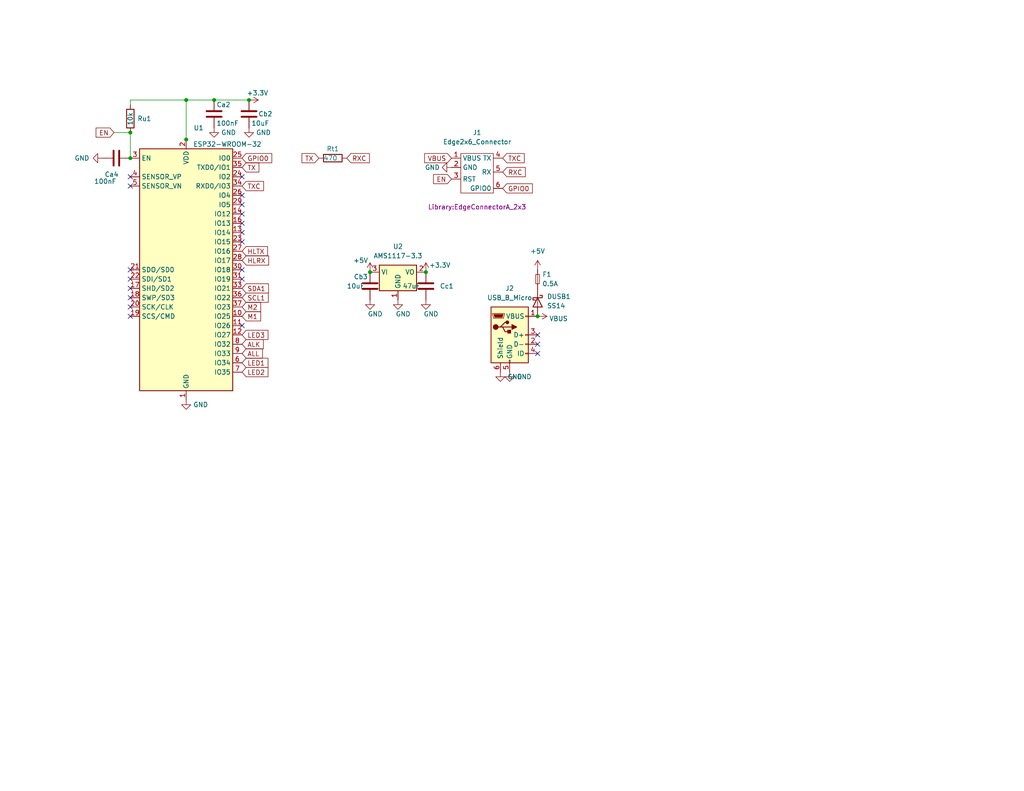
<source format=kicad_sch>
(kicad_sch (version 20231120) (generator "eeschema") (generator_version "8.0")
  (paper "USLetter")
  (lib_symbols
    (symbol "Connector:USB_B_Micro" (pin_names (offset 1.016))
      (property "Reference" "J" (at -5.08 11.43 0))
      (property "Value" "USB_B_Micro" (at -5.08 8.89 0))
      (symbol "USB_B_Micro_0_1"
        (rectangle (start -5.08 -7.62) (end 5.08 7.62) (stroke (width 0.254)) (fill (type background)))
        (circle (center -3.81 2.159) (radius 0.635) (stroke (width 0.254)) (fill (type outline)))
        (circle (center -0.635 3.429) (radius 0.381) (stroke (width 0.254)) (fill (type outline)))
        (rectangle (start -0.127 -7.62) (end 0.127 -6.858))
        (polyline (pts (xy -1.905 2.159) (xy 0.635 2.159)) (stroke (width 0.254)))
        (polyline (pts (xy -3.175 2.159) (xy -2.54 2.159) (xy -1.27 3.429) (xy -0.635 3.429)) (stroke (width 0.254)))
        (polyline (pts (xy -2.54 2.159) (xy -1.905 2.159) (xy -1.27 0.889) (xy 0 0.889)) (stroke (width 0.254)))
        (polyline (pts (xy 0.635 2.794) (xy 0.635 1.524) (xy 1.905 2.159) (xy 0.635 2.794)) (stroke (width 0.254)) (fill (type outline)))
        (polyline (pts (xy -4.318 5.588) (xy -1.778 5.588) (xy -2.032 4.826) (xy -4.064 4.826) (xy -4.318 5.588)) (fill (type outline)))
        (polyline (pts (xy -4.699 5.842) (xy -4.699 5.588) (xy -4.445 4.826) (xy -4.445 4.572) (xy -1.651 4.572) (xy -1.651 4.826) (xy -1.397 5.588) (xy -1.397 5.842) (xy -4.699 5.842)))
        (rectangle (start 0.254 1.27) (end -0.508 0.508) (stroke (width 0.254)) (fill (type outline)))
        (rectangle (start 5.08 -5.207) (end 4.318 -4.953))
        (rectangle (start 5.08 -2.667) (end 4.318 -2.413))
        (rectangle (start 5.08 -0.127) (end 4.318 0.127))
        (rectangle (start 5.08 4.953) (end 4.318 5.207))
      )
      (symbol "USB_B_Micro_1_1"
        (pin power_out line (at 7.62 5.08 180) (length 2.54) (name "VBUS") (number "1"))
        (pin bidirectional line (at 7.62 -2.54 180) (length 2.54) (name "D-") (number "2"))
        (pin bidirectional line (at 7.62 0 180) (length 2.54) (name "D+") (number "3"))
        (pin passive line (at 7.62 -5.08 180) (length 2.54) (name "ID") (number "4"))
        (pin power_out line (at 0 -10.16 90) (length 2.54) (name "GND") (number "5"))
        (pin passive line (at -2.54 -10.16 90) (length 2.54) (name "Shield") (number "6"))
      )
    )
    (symbol "Device:C" (pin_numbers hide) (pin_names (offset 0.254))
      (property "Reference" "C" (at 0.635 2.54 0))
      (property "Value" "C" (at 0.635 -2.54 0))
      (symbol "C_0_1"
        (polyline (pts (xy -2.032 -0.762) (xy 2.032 -0.762)) (stroke (width 0.508)))
        (polyline (pts (xy -2.032 0.762) (xy 2.032 0.762)) (stroke (width 0.508)))
      )
      (symbol "C_1_1"
        (pin passive line (at 0 3.81 270) (length 2.794) (name "~") (number "1"))
        (pin passive line (at 0 -3.81 90) (length 2.794) (name "~") (number "2"))
      )
    )
    (symbol "Device:Fuse_Small" (pin_numbers hide) (pin_names (offset 0.254) hide)
      (property "Reference" "F" (at 0 -1.524 0))
      (property "Value" "Fuse_Small" (at 0 1.524 0))
      (symbol "Fuse_Small_0_1"
        (rectangle (start -1.27 0.508) (end 1.27 -0.508))
        (polyline (pts (xy -1.27 0) (xy 1.27 0)))
      )
      (symbol "Fuse_Small_1_1"
        (pin passive line (at -2.54 0 0) (length 1.27) (name "~") (number "1"))
        (pin passive line (at 2.54 0 180) (length 1.27) (name "~") (number "2"))
      )
    )
    (symbol "Device:R" (pin_numbers hide) (pin_names (offset 0))
      (property "Reference" "R" (at 2.032 0 90))
      (property "Value" "R" (at 0 0 90))
      (symbol "R_0_1"
        (rectangle (start -1.016 -2.54) (end 1.016 2.54) (stroke (width 0.254)))
      )
      (symbol "R_1_1"
        (pin passive line (at 0 3.81 270) (length 1.27) (name "~") (number "1"))
        (pin passive line (at 0 -3.81 90) (length 1.27) (name "~") (number "2"))
      )
    )
    (symbol "Diode:1N5819" (pin_numbers hide) (pin_names (offset 1.016) hide)
      (property "Reference" "D" (at 0 2.54 0))
      (property "Value" "1N5819" (at 0 -2.54 0))
      (symbol "1N5819_0_1"
        (polyline (pts (xy 1.27 0) (xy -1.27 0)))
        (polyline (pts (xy 1.27 1.27) (xy 1.27 -1.27) (xy -1.27 0) (xy 1.27 1.27)) (stroke (width 0.254)))
        (polyline (pts (xy -1.905 0.635) (xy -1.905 1.27) (xy -1.27 1.27) (xy -1.27 -1.27) (xy -0.635 -1.27) (xy -0.635 -0.635)) (stroke (width 0.254)))
      )
      (symbol "1N5819_1_1"
        (pin passive line (at -3.81 0 0) (length 2.54) (name "K") (number "1"))
        (pin passive line (at 3.81 0 180) (length 2.54) (name "A") (number "2"))
      )
    )
    (symbol "RF_Module:ESP32-WROOM-32"
      (property "Reference" "U" (at -12.7 34.29 0))
      (property "Value" "ESP32-WROOM-32" (at 1.27 34.29 0))
      (symbol "ESP32-WROOM-32_0_1"
        (rectangle (start -12.7 33.02) (end 12.7 -33.02) (stroke (width 0.254)) (fill (type background)))
      )
      (symbol "ESP32-WROOM-32_1_1"
        (pin power_in line (at 0 -35.56 90) (length 2.54) (name "GND") (number "1"))
        (pin bidirectional line (at 15.24 -12.7 180) (length 2.54) (name "IO25") (number "10"))
        (pin bidirectional line (at 15.24 -15.24 180) (length 2.54) (name "IO26") (number "11"))
        (pin bidirectional line (at 15.24 -17.78 180) (length 2.54) (name "IO27") (number "12"))
        (pin bidirectional line (at 15.24 10.16 180) (length 2.54) (name "IO14") (number "13"))
        (pin bidirectional line (at 15.24 15.24 180) (length 2.54) (name "IO12") (number "14"))
        (pin passive line (at 0 -35.56 90) (length 2.54) hide (name "GND") (number "15"))
        (pin bidirectional line (at 15.24 12.7 180) (length 2.54) (name "IO13") (number "16"))
        (pin bidirectional line (at -15.24 -5.08 0) (length 2.54) (name "SHD/SD2") (number "17"))
        (pin bidirectional line (at -15.24 -7.62 0) (length 2.54) (name "SWP/SD3") (number "18"))
        (pin bidirectional line (at -15.24 -12.7 0) (length 2.54) (name "SCS/CMD") (number "19"))
        (pin power_in line (at 0 35.56 270) (length 2.54) (name "VDD") (number "2"))
        (pin bidirectional line (at -15.24 -10.16 0) (length 2.54) (name "SCK/CLK") (number "20"))
        (pin bidirectional line (at -15.24 0 0) (length 2.54) (name "SDO/SD0") (number "21"))
        (pin bidirectional line (at -15.24 -2.54 0) (length 2.54) (name "SDI/SD1") (number "22"))
        (pin bidirectional line (at 15.24 7.62 180) (length 2.54) (name "IO15") (number "23"))
        (pin bidirectional line (at 15.24 25.4 180) (length 2.54) (name "IO2") (number "24"))
        (pin bidirectional line (at 15.24 30.48 180) (length 2.54) (name "IO0") (number "25"))
        (pin bidirectional line (at 15.24 20.32 180) (length 2.54) (name "IO4") (number "26"))
        (pin bidirectional line (at 15.24 5.08 180) (length 2.54) (name "IO16") (number "27"))
        (pin bidirectional line (at 15.24 2.54 180) (length 2.54) (name "IO17") (number "28"))
        (pin bidirectional line (at 15.24 17.78 180) (length 2.54) (name "IO5") (number "29"))
        (pin input line (at -15.24 30.48 0) (length 2.54) (name "EN") (number "3"))
        (pin bidirectional line (at 15.24 0 180) (length 2.54) (name "IO18") (number "30"))
        (pin bidirectional line (at 15.24 -2.54 180) (length 2.54) (name "IO19") (number "31"))
        (pin no_connect line (at -12.7 -27.94 0) (length 2.54) hide (name "NC") (number "32"))
        (pin bidirectional line (at 15.24 -5.08 180) (length 2.54) (name "IO21") (number "33"))
        (pin bidirectional line (at 15.24 22.86 180) (length 2.54) (name "RXD0/IO3") (number "34"))
        (pin bidirectional line (at 15.24 27.94 180) (length 2.54) (name "TXD0/IO1") (number "35"))
        (pin bidirectional line (at 15.24 -7.62 180) (length 2.54) (name "IO22") (number "36"))
        (pin bidirectional line (at 15.24 -10.16 180) (length 2.54) (name "IO23") (number "37"))
        (pin passive line (at 0 -35.56 90) (length 2.54) hide (name "GND") (number "38"))
        (pin passive line (at 0 -35.56 90) (length 2.54) hide (name "GND") (number "39"))
        (pin input line (at -15.24 25.4 0) (length 2.54) (name "SENSOR_VP") (number "4"))
        (pin input line (at -15.24 22.86 0) (length 2.54) (name "SENSOR_VN") (number "5"))
        (pin input line (at 15.24 -25.4 180) (length 2.54) (name "IO34") (number "6"))
        (pin input line (at 15.24 -27.94 180) (length 2.54) (name "IO35") (number "7"))
        (pin bidirectional line (at 15.24 -20.32 180) (length 2.54) (name "IO32") (number "8"))
        (pin bidirectional line (at 15.24 -22.86 180) (length 2.54) (name "IO33") (number "9"))
      )
    )
    (symbol "Regulator_Linear:AMS1117-3.3"
      (property "Reference" "U" (at -3.81 3.175 0))
      (property "Value" "AMS1117-3.3" (at 0 3.175 0))
      (symbol "AMS1117-3.3_0_1"
        (rectangle (start -5.08 -5.08) (end 5.08 1.905) (stroke (width 0.254)) (fill (type background)))
      )
      (symbol "AMS1117-3.3_1_1"
        (pin power_in line (at 0 -7.62 90) (length 2.54) (name "GND") (number "1"))
        (pin power_out line (at 7.62 0 180) (length 2.54) (name "VO") (number "2"))
        (pin power_in line (at -7.62 0 0) (length 2.54) (name "VI") (number "3"))
      )
    )
    (symbol "chl33:Edge2x6_Connector"
      (property "Reference" "J" (at 0 6.35 0))
      (property "Value" "Edge2x6_Connector" (at 0.635 -6.985 0))
      (symbol "Edge2x6_Connector_0_1"
        (rectangle (start -4.445 5.08) (end 4.445 -5.715))
      )
      (symbol "Edge2x6_Connector_1_1"
        (pin power_out line (at -6.985 3.81 0) (length 2.54) (name "VBUS") (number "1"))
        (pin power_out line (at -6.985 1.27 0) (length 2.54) (name "GND") (number "2"))
        (pin output line (at -6.985 -1.905 0) (length 2.54) (name "RST") (number "3"))
        (pin output line (at 6.985 3.81 180) (length 2.54) (name "TX") (number "4"))
        (pin input line (at 6.985 0 180) (length 2.54) (name "RX") (number "5"))
        (pin output line (at 6.985 -4.445 180) (length 2.54) (name "GPIO0") (number "6"))
      )
    )
    (symbol "power:+3.3V" (power) (pin_names (offset 0))
      (property "Value" "+3.3V" (at 0 3.556 0))
      (symbol "+3.3V_0_1"
        (polyline (pts (xy -0.762 1.27) (xy 0 2.54)))
        (polyline (pts (xy 0 0) (xy 0 2.54)))
        (polyline (pts (xy 0 2.54) (xy 0.762 1.27)))
      )
      (symbol "+3.3V_1_1"
        (pin power_in line (at 0 0 90) (length 0) hide (name "+3.3V") (number "1"))
      )
    )
    (symbol "power:+5V" (power) (pin_names (offset 0))
      (property "Value" "+5V" (at 0 3.556 0))
      (symbol "+5V_0_1"
        (polyline (pts (xy -0.762 1.27) (xy 0 2.54)))
        (polyline (pts (xy 0 0) (xy 0 2.54)))
        (polyline (pts (xy 0 2.54) (xy 0.762 1.27)))
      )
      (symbol "+5V_1_1"
        (pin power_in line (at 0 0 90) (length 0) hide (name "+5V") (number "1"))
      )
    )
    (symbol "power:GND" (power) (pin_names (offset 0))
      (property "Value" "GND" (at 0 -3.81 0))
      (symbol "GND_0_1"
        (polyline (pts (xy 0 0) (xy 0 -1.27) (xy 1.27 -1.27) (xy 0 -2.54) (xy -1.27 -1.27) (xy 0 -1.27)))
      )
      (symbol "GND_1_1"
        (pin power_in line (at 0 0 270) (length 0) hide (name "GND") (number "1"))
      )
    )
    (symbol "power:VBUS" (power) (pin_names (offset 0))
      (property "Value" "VBUS" (at 0 3.81 0))
      (symbol "VBUS_0_1"
        (polyline (pts (xy -0.762 1.27) (xy 0 2.54)))
        (polyline (pts (xy 0 0) (xy 0 2.54)))
        (polyline (pts (xy 0 2.54) (xy 0.762 1.27)))
      )
      (symbol "VBUS_1_1"
        (pin power_in line (at 0 0 90) (length 0) hide (name "VBUS") (number "1"))
      )
    )
  )
  (junction (at 100.965 74.295))
  (junction (at 146.685 86.36))
  (junction (at 58.42 27.305))
  (junction (at 50.8 38.1))
  (junction (at 35.56 43.18))
  (junction (at 116.205 74.295))
  (junction (at 50.8 27.305))
  (junction (at 67.945 27.305))
  (junction (at 35.56 36.195))
  (no_connect (at 35.56 78.74))
  (no_connect (at 35.56 83.82))
  (no_connect (at 66.04 66.04))
  (no_connect (at 66.04 76.2))
  (no_connect (at 35.56 81.28))
  (no_connect (at 66.04 53.34))
  (no_connect (at 146.685 93.98))
  (no_connect (at 66.04 73.66))
  (no_connect (at 66.04 58.42))
  (no_connect (at 66.04 63.5))
  (no_connect (at 146.685 91.44))
  (no_connect (at 35.56 86.36))
  (no_connect (at 66.04 88.9))
  (no_connect (at 35.56 50.8))
  (no_connect (at 66.04 60.96))
  (no_connect (at 66.04 55.88))
  (no_connect (at 66.04 48.26))
  (no_connect (at 146.685 96.52))
  (no_connect (at 35.56 73.66))
  (no_connect (at 35.56 48.26))
  (no_connect (at 35.56 76.2))
  (wire (pts (xy 34.29 43.18) (xy 35.56 43.18)))
  (wire (pts (xy 35.56 28.575) (xy 35.56 27.305)))
  (wire (pts (xy 35.56 27.305) (xy 50.8 27.305)))
  (wire (pts (xy 50.8 38.1) (xy 50.8 27.305)))
  (wire (pts (xy 50.8 38.735) (xy 50.8 38.1)))
  (wire (pts (xy 58.42 27.305) (xy 67.945 27.305)))
  (wire (pts (xy 31.115 36.195) (xy 35.56 36.195)))
  (wire (pts (xy 35.56 36.195) (xy 35.56 43.18)))
  (wire (pts (xy 50.8 27.305) (xy 58.42 27.305)))
  (global_label "LED2" (shape input) (at 66.04 101.6 0) (property "Intersheetrefs" "${INTERSHEET_REFS}" (effects (hide yes))))
  (global_label "TX" (shape input) (at 66.04 45.72 0) (property "Intersheetrefs" "${INTERSHEET_REFS}" (effects (hide yes))))
  (global_label "HLTX" (shape input) (at 66.04 68.58 0) (property "Intersheetrefs" "${INTERSHEET_REFS}" (effects (hide yes))))
  (global_label "RXC" (shape input) (at 137.16 46.99 0) (property "Intersheetrefs" "${INTERSHEET_REFS}" (effects (hide yes))))
  (global_label "M2" (shape input) (at 66.04 83.82 0) (property "Intersheetrefs" "${INTERSHEET_REFS}" (effects (hide yes))))
  (global_label "TX" (shape input) (at 86.995 43.18 180) (property "Intersheetrefs" "${INTERSHEET_REFS}" (effects (hide yes))))
  (global_label "EN" (shape input) (at 123.19 48.895 180) (property "Intersheetrefs" "${INTERSHEET_REFS}" (effects (hide yes))))
  (global_label "ALL" (shape input) (at 66.04 96.52 0) (property "Intersheetrefs" "${INTERSHEET_REFS}" (effects (hide yes))))
  (global_label "ALK" (shape input) (at 66.04 93.98 0) (property "Intersheetrefs" "${INTERSHEET_REFS}" (effects (hide yes))))
  (global_label "HLRX" (shape input) (at 66.04 71.12 0) (property "Intersheetrefs" "${INTERSHEET_REFS}" (effects (hide yes))))
  (global_label "GPIO0" (shape input) (at 137.16 51.435 0) (property "Intersheetrefs" "${INTERSHEET_REFS}" (effects (hide yes))))
  (global_label "VBUS" (shape input) (at 123.19 43.18 180) (property "Intersheetrefs" "${INTERSHEET_REFS}" (effects (hide yes))))
  (global_label "SDA1" (shape input) (at 66.04 78.74 0) (property "Intersheetrefs" "${INTERSHEET_REFS}" (effects (hide yes))))
  (global_label "M1" (shape input) (at 66.04 86.36 0) (property "Intersheetrefs" "${INTERSHEET_REFS}" (effects (hide yes))))
  (global_label "LED1" (shape input) (at 66.04 99.06 0) (property "Intersheetrefs" "${INTERSHEET_REFS}" (effects (hide yes))))
  (global_label "SCL1" (shape input) (at 66.04 81.28 0) (property "Intersheetrefs" "${INTERSHEET_REFS}" (effects (hide yes))))
  (global_label "LED3" (shape input) (at 66.04 91.44 0) (property "Intersheetrefs" "${INTERSHEET_REFS}" (effects (hide yes))))
  (global_label "EN" (shape input) (at 31.115 36.195 180) (property "Intersheetrefs" "${INTERSHEET_REFS}" (effects (hide yes))))
  (global_label "TXC" (shape input) (at 66.04 50.8 0) (property "Intersheetrefs" "${INTERSHEET_REFS}" (effects (hide yes))))
  (global_label "GPIO0" (shape input) (at 66.04 43.18 0) (property "Intersheetrefs" "${INTERSHEET_REFS}" (effects (hide yes))))
  (global_label "TXC" (shape input) (at 137.16 43.18 0) (property "Intersheetrefs" "${INTERSHEET_REFS}" (effects (hide yes))))
  (global_label "RXC" (shape input) (at 94.615 43.18 0) (property "Intersheetrefs" "${INTERSHEET_REFS}" (effects (hide yes))))
  (symbol (lib_id "Connector:USB_B_Micro") (at 139.065 91.44 0) (unit 1)
    (property "Reference" "J2" (at 139.065 78.74 0))
    (property "Value" "USB_B_Micro" (at 139.065 81.28 0))
    (property "Footprint" "Connector_USB:USB_Micro-B_Amphenol_10118194_Horizontal" (effects (hide yes)))
  )
  (symbol (lib_id "Device:C") (at 58.42 31.115 0) (unit 1)
    (property "Reference" "Ca2" (at 59.055 28.575 0) (effects (justify left)))
    (property "Value" "100nF" (at 59.055 33.655 0) (effects (justify left)))
    (property "Footprint" "Capacitor_SMD:C_0603_1608Metric" (effects (hide yes)))
  )
  (symbol (lib_id "power:GND") (at 27.94 43.18 270) (unit 1)
    (property "Reference" "#PWR01" (effects (hide yes)))
    (property "Value" "GND" (at 20.32 43.18 90) (effects (justify left)))
  )
  (symbol (lib_id "power:+3.3V") (at 116.205 74.295 0) (unit 1)
    (property "Reference" "#PWR09" (effects (hide yes)))
    (property "Value" "+3.3V" (at 120.015 72.39 0))
  )
  (symbol (lib_id "Device:C") (at 116.205 78.105 0) (unit 1)
    (property "Reference" "Cc1" (at 120.015 78.105 0) (effects (justify left)))
    (property "Value" "47uF" (at 109.855 78.105 0) (effects (justify left)))
    (property "Footprint" "Capacitor_SMD:C_0805_2012Metric_Pad1.18x1.45mm_HandSolder" (effects (hide yes)))
  )
  (symbol (lib_id "RF_Module:ESP32-WROOM-32") (at 50.8 73.66 0) (unit 1)
    (property "Reference" "U1" (at 52.8194 34.925 0) (effects (justify left)))
    (property "Value" "ESP32-WROOM-32" (at 52.705 39.37 0) (effects (justify left)))
    (property "Footprint" "RF_Module:ESP32-WROOM-32" (effects (hide yes)))
    (property "Datasheet" "https://www.espressif.com/sites/default/files/documentation/esp32-wroom-32_datasheet_en.pdf" (effects (hide yes)))
  )
  (symbol (lib_id "Regulator_Linear:AMS1117-3.3") (at 108.585 74.295 0) (unit 1)
    (property "Reference" "U2" (at 108.585 67.31 0))
    (property "Value" "AMS1117-3.3" (at 108.585 69.85 0))
    (property "Footprint" "Package_TO_SOT_SMD:SOT-223-3_TabPin2" (effects (hide yes)))
    (property "Datasheet" "http://www.advanced-monolithic.com/pdf/ds1117.pdf" (effects (hide yes)))
  )
  (symbol (lib_id "power:GND") (at 139.065 101.6 0) (unit 1)
    (property "Reference" "#PWR029" (effects (hide yes)))
    (property "Value" "GND" (at 140.97 102.8699 0) (effects (justify left)))
  )
  (symbol (lib_id "power:GND") (at 58.42 34.925 0) (unit 1)
    (property "Reference" "#PWR03" (effects (hide yes)))
    (property "Value" "GND" (at 60.325 36.1949 0) (effects (justify left)))
  )
  (symbol (lib_id "power:+3.3V") (at 67.945 27.305 270) (unit 1)
    (property "Reference" "#PWR04" (effects (hide yes)))
    (property "Value" "+3.3V" (at 67.31 25.4 90) (effects (justify left)))
  )
  (symbol (lib_id "power:GND") (at 108.585 81.915 0) (unit 1)
    (property "Reference" "#PWR08" (effects (hide yes)))
    (property "Value" "GND" (at 107.95 85.725 0) (effects (justify left)))
  )
  (symbol (lib_id "chl33:Edge2x6_Connector") (at 130.175 46.99 0) (unit 1)
    (property "Reference" "J1" (at 130.175 36.195 0))
    (property "Value" "Edge2x6_Connector" (at 130.175 38.735 0))
    (property "Footprint" "Library:EdgeConnectorA_2x3" (at 130.175 56.515 0))
  )
  (symbol (lib_id "Device:R") (at 35.56 32.385 180) (unit 1)
    (property "Reference" "Ru1" (at 37.465 32.385 0) (effects (justify right)))
    (property "Value" "10k" (at 35.56 34.29 90) (effects (justify right)))
    (property "Footprint" "Resistor_SMD:R_0603_1608Metric" (effects (hide yes)))
  )
  (symbol (lib_id "power:GND") (at 136.525 101.6 0) (unit 1)
    (property "Reference" "#PWR028" (effects (hide yes)))
    (property "Value" "GND" (at 138.43 102.8699 0) (effects (justify left)))
  )
  (symbol (lib_id "power:+5V") (at 146.685 73.66 0) (unit 1)
    (property "Reference" "#PWR030" (effects (hide yes)))
    (property "Value" "+5V" (at 146.685 68.58 0))
  )
  (symbol (lib_id "Device:C") (at 100.965 78.105 0) (unit 1)
    (property "Reference" "Cb3" (at 96.52 75.565 0) (effects (justify left)))
    (property "Value" "10uF" (at 94.615 78.105 0) (effects (justify left)))
    (property "Footprint" "Capacitor_SMD:C_0805_2012Metric_Pad1.18x1.45mm_HandSolder" (effects (hide yes)))
  )
  (symbol (lib_id "power:GND") (at 100.965 81.915 0) (unit 1)
    (property "Reference" "#PWR07" (effects (hide yes)))
    (property "Value" "GND" (at 100.33 85.725 0) (effects (justify left)))
  )
  (symbol (lib_id "power:GND") (at 50.8 109.22 0) (unit 1)
    (property "Reference" "#PWR02" (effects (hide yes)))
    (property "Value" "GND" (at 52.705 110.4899 0) (effects (justify left)))
  )
  (symbol (lib_id "Device:Fuse_Small") (at 146.685 76.2 270) (unit 1)
    (property "Reference" "F1" (at 147.955 74.9299 90) (effects (justify left)))
    (property "Value" "0.5A" (at 147.955 77.4699 90) (effects (justify left)))
    (property "Footprint" "Diode_SMD:D_0805_2012Metric" (effects (hide yes)))
  )
  (symbol (lib_id "Device:C") (at 67.945 31.115 0) (unit 1)
    (property "Reference" "Cb2" (at 70.485 31.115 0) (effects (justify left)))
    (property "Value" "10uF" (at 68.58 33.655 0) (effects (justify left)))
    (property "Footprint" "Capacitor_SMD:C_0805_2012Metric_Pad1.18x1.45mm_HandSolder" (effects (hide yes)))
  )
  (symbol (lib_id "Diode:1N5819") (at 146.685 82.55 270) (unit 1)
    (property "Reference" "DUSB1" (at 149.225 80.9624 90) (effects (justify left)))
    (property "Value" "SS14" (at 149.225 83.5024 90) (effects (justify left)))
    (property "Footprint" "Diode_SMD:D_2010_5025Metric" (effects (hide yes)))
    (property "Datasheet" "http://www.vishay.com/docs/88525/1n5817.pdf" (effects (hide yes)))
  )
  (symbol (lib_id "power:GND") (at 123.19 45.72 270) (unit 1)
    (property "Reference" "#PWR011" (effects (hide yes)))
    (property "Value" "GND" (at 120.015 45.7199 90) (effects (justify right)))
  )
  (symbol (lib_id "power:VBUS") (at 146.685 86.36 270) (unit 1)
    (property "Reference" "#PWR031" (effects (hide yes)))
    (property "Value" "VBUS" (at 152.4 86.995 90))
  )
  (symbol (lib_id "power:GND") (at 67.945 34.925 0) (unit 1)
    (property "Reference" "#PWR05" (effects (hide yes)))
    (property "Value" "GND" (at 69.85 36.1949 0) (effects (justify left)))
  )
  (symbol (lib_id "power:GND") (at 116.205 81.915 0) (unit 1)
    (property "Reference" "#PWR010" (effects (hide yes)))
    (property "Value" "GND" (at 115.57 85.725 0) (effects (justify left)))
  )
  (symbol (lib_id "Device:R") (at 90.805 43.18 90) (unit 1)
    (property "Reference" "Rt1" (at 90.805 40.64 90))
    (property "Value" "470" (at 90.17 43.18 90))
    (property "Footprint" "Resistor_SMD:R_0603_1608Metric" (effects (hide yes)))
  )
  (symbol (lib_id "power:+5V") (at 100.965 74.295 0) (unit 1)
    (property "Reference" "#PWR06" (effects (hide yes)))
    (property "Value" "+5V" (at 98.425 71.12 0))
  )
  (symbol (lib_id "Device:C") (at 31.75 43.18 90) (unit 1)
    (property "Reference" "Ca4" (at 32.385 47.625 90) (effects (justify left)))
    (property "Value" "100nF" (at 31.75 49.53 90) (effects (justify left)))
    (property "Footprint" "Capacitor_SMD:C_0603_1608Metric" (effects (hide yes)))
  )
)
</source>
